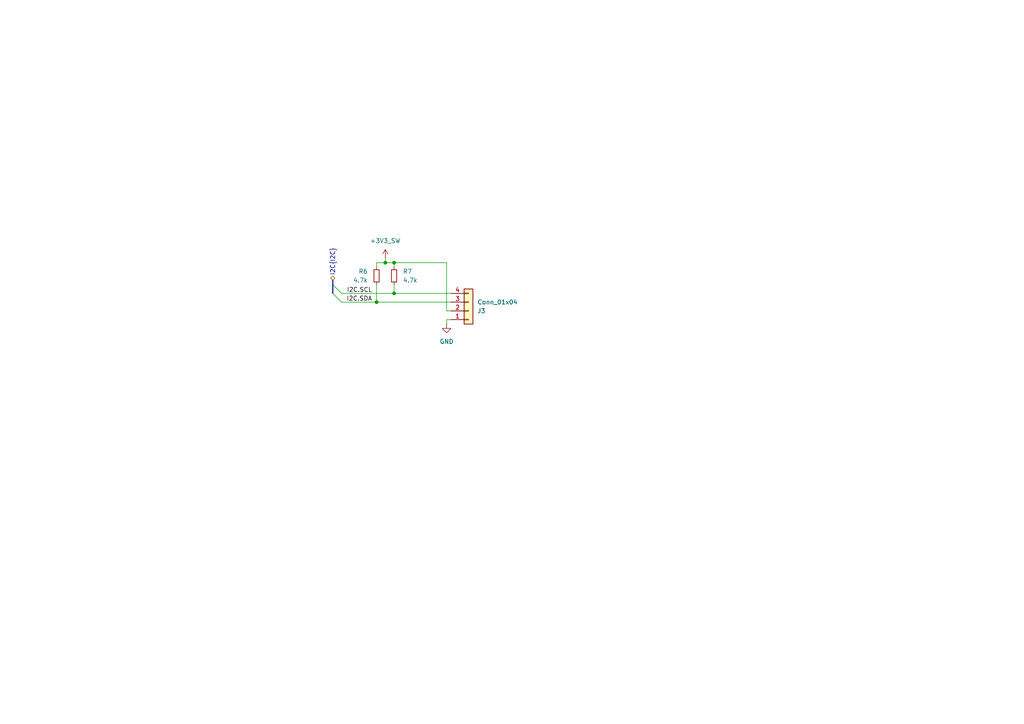
<source format=kicad_sch>
(kicad_sch (version 20250114) (generator "eeschema") (generator_version "9.0")
  (paper "A4")
  (lib_symbols
    (symbol "Connector_Generic:Conn_01x04" (pin_names (offset 1.016) (hide yes))
      (property "Reference" "J" (at 0 5.08 0))
      (property "Value" "Conn_01x04" (at 0 -7.62 0))
      (symbol "Conn_01x04_1_1"
        (rectangle (start -1.27 3.81) (end 1.27 -6.35) (stroke (width 0.254)) (fill (type background)))
        (rectangle (start -1.27 2.667) (end 0 2.413) (stroke (width 0.1524)))
        (rectangle (start -1.27 0.127) (end 0 -0.127) (stroke (width 0.1524)))
        (rectangle (start -1.27 -2.413) (end 0 -2.667) (stroke (width 0.1524)))
        (rectangle (start -1.27 -4.953) (end 0 -5.207) (stroke (width 0.1524)))
        (pin passive line (at -5.08 2.54 0) (length 3.81) (name "Pin_1") (number "1"))
        (pin passive line (at -5.08 0 0) (length 3.81) (name "Pin_2") (number "2"))
        (pin passive line (at -5.08 -2.54 0) (length 3.81) (name "Pin_3") (number "3"))
        (pin passive line (at -5.08 -5.08 0) (length 3.81) (name "Pin_4") (number "4"))
      )
    )
    (symbol "Device:R_Small" (pin_numbers (hide yes)) (pin_names (offset 0.254) (hide yes))
      (property "Reference" "R" (at 0.762 0.508 0))
      (property "Value" "R_Small" (at 0.762 -1.016 0))
      (symbol "R_Small_0_1"
        (rectangle (start -0.762 1.778) (end 0.762 -1.778) (stroke (width 0.2032)))
      )
      (symbol "R_Small_1_1"
        (pin passive line (at 0 2.54 270) (length 0.762) (name "~") (number "1"))
        (pin passive line (at 0 -2.54 90) (length 0.762) (name "~") (number "2"))
      )
    )
    (symbol "power:+3V3" (power) (pin_numbers (hide yes)) (pin_names (offset 0) (hide yes))
      (property "Value" "+3V3" (at 0 3.556 0))
      (symbol "+3V3_0_1"
        (polyline (pts (xy -0.762 1.27) (xy 0 2.54)))
        (polyline (pts (xy 0 2.54) (xy 0.762 1.27)))
        (polyline (pts (xy 0 0) (xy 0 2.54)))
      )
      (symbol "+3V3_1_1"
        (pin power_in line (at 0 0 90) (length 0) (name "~") (number "1"))
      )
    )
    (symbol "power:GND" (power) (pin_numbers (hide yes)) (pin_names (offset 0) (hide yes))
      (property "Value" "GND" (at 0 -3.81 0))
      (symbol "GND_0_1"
        (polyline (pts (xy 0 0) (xy 0 -1.27) (xy 1.27 -1.27) (xy 0 -2.54) (xy -1.27 -1.27) (xy 0 -1.27)))
      )
      (symbol "GND_1_1"
        (pin power_in line (at 0 0 270) (length 0) (name "~") (number "1"))
      )
    )
  )
  (junction (at 109.22 87.63))
  (junction (at 111.76 76.2))
  (junction (at 114.3 85.09))
  (junction (at 114.3 76.2))
  (bus_entry (at 96.52 82.55) (size 2.54 2.54))
  (bus_entry (at 96.52 85.09) (size 2.54 2.54))
  (wire (pts (xy 114.3 77.47) (xy 114.3 76.2)))
  (wire (pts (xy 129.54 76.2) (xy 114.3 76.2)))
  (bus (pts (xy 96.52 82.55) (xy 96.52 85.09)))
  (wire (pts (xy 109.22 82.55) (xy 109.22 87.63)))
  (wire (pts (xy 111.76 76.2) (xy 109.22 76.2)))
  (wire (pts (xy 129.54 92.71) (xy 129.54 93.98)))
  (wire (pts (xy 130.81 92.71) (xy 129.54 92.71)))
  (wire (pts (xy 130.81 90.17) (xy 129.54 90.17)))
  (wire (pts (xy 99.06 85.09) (xy 114.3 85.09)))
  (wire (pts (xy 114.3 85.09) (xy 130.81 85.09)))
  (wire (pts (xy 114.3 76.2) (xy 111.76 76.2)))
  (wire (pts (xy 114.3 82.55) (xy 114.3 85.09)))
  (wire (pts (xy 111.76 74.93) (xy 111.76 76.2)))
  (wire (pts (xy 99.06 87.63) (xy 109.22 87.63)))
  (wire (pts (xy 109.22 76.2) (xy 109.22 77.47)))
  (wire (pts (xy 109.22 87.63) (xy 130.81 87.63)))
  (wire (pts (xy 129.54 90.17) (xy 129.54 76.2)))
  (bus (pts (xy 96.52 81.28) (xy 96.52 82.55)))
  (label "I2C.SDA" (at 107.95 87.63 180))
  (label "I2C.SCL" (at 107.95 85.09 180))
  (hierarchical_label "I2C{I2C}" (shape bidirectional) (at 96.52 81.28 90))
  (symbol (lib_id "power:GND") (at 129.54 93.98 0) (unit 1)
    (property "Reference" "#PWR032" (effects (hide yes)))
    (property "Value" "GND" (at 129.54 99.06 0))
    (property "Description" "Power symbol creates a global label with name \"GND\" , ground" (effects (hide yes)))
  )
  (symbol (lib_id "Device:R_Small") (at 109.22 80.01 0) (mirror y) (unit 1)
    (property "Reference" "R6" (at 106.68 78.7399 0) (effects (justify left)))
    (property "Value" "4.7k" (at 106.68 81.2799 0) (effects (justify left)))
    (property "Footprint" "extras:R_0402" (effects (hide yes)))
    (property "Description" "Resistor, small symbol" (effects (hide yes)))
    (property "Mouser Part Number" "652-CR0402FX-4701GLF" (effects (hide yes)))
  )
  (symbol (lib_id "Connector_Generic:Conn_01x04") (at 135.89 90.17 0) (mirror x) (unit 1)
    (property "Reference" "J3" (at 138.43 90.1701 0) (effects (justify left)))
    (property "Value" "Conn_01x04" (at 138.43 87.6301 0) (effects (justify left)))
    (property "Footprint" "Connector_PinHeader_1.27mm:PinHeader_1x04_P1.27mm_Horizontal" (effects (hide yes)))
    (property "Description" "Generic connector, single row, 01x04, script generated (kicad-library-utils/schlib/autogen/connector/)" (effects (hide yes)))
    (property "display" "I2C2" (effects (hide yes)))
    (property "Mouser Part Number" "437-8501000420001101" (effects (hide yes)))
  )
  (symbol (lib_id "power:+3V3") (at 111.76 74.93 0) (unit 1)
    (property "Reference" "#PWR034" (effects (hide yes)))
    (property "Value" "+3V3_SW" (at 111.76 69.85 0))
    (property "Description" "Power symbol creates a global label with name \"+3V3\"" (effects (hide yes)))
  )
  (symbol (lib_id "Device:R_Small") (at 114.3 80.01 0) (mirror y) (unit 1)
    (property "Reference" "R7" (at 116.84 78.7399 0) (effects (justify right)))
    (property "Value" "4.7k" (at 116.84 81.2799 0) (effects (justify right)))
    (property "Footprint" "extras:R_0402" (effects (hide yes)))
    (property "Description" "Resistor, small symbol" (effects (hide yes)))
    (property "Mouser Part Number" "652-CR0402FX-4701GLF" (effects (hide yes)))
  )
)
</source>
